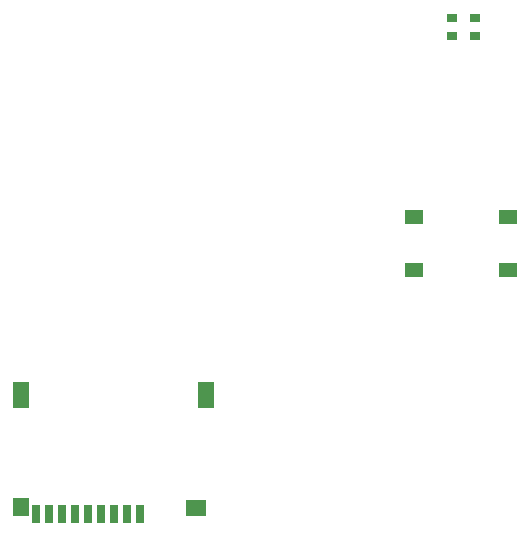
<source format=gbp>
G04 #@! TF.FileFunction,Paste,Bot*
%FSLAX46Y46*%
G04 Gerber Fmt 4.6, Leading zero omitted, Abs format (unit mm)*
G04 Created by KiCad (PCBNEW 4.0.7) date 2018 June 07, Thursday 02:32:14*
%MOMM*%
%LPD*%
G01*
G04 APERTURE LIST*
%ADD10C,0.050000*%
%ADD11R,0.889000X0.762000*%
%ADD12R,1.550000X1.300000*%
%ADD13R,0.698500X1.597660*%
%ADD14R,1.399540X1.597660*%
%ADD15R,1.399540X2.199640*%
%ADD16R,1.798320X1.399540*%
G04 APERTURE END LIST*
D10*
D11*
X112990000Y-140083000D03*
X112990000Y-141607000D03*
X110990000Y-140083000D03*
X110990000Y-141607000D03*
D12*
X107760000Y-161495000D03*
X115710000Y-161495000D03*
X107760000Y-156995000D03*
X115710000Y-156995000D03*
D13*
X84596500Y-182099040D03*
X83496680Y-182099040D03*
X82396860Y-182099040D03*
X81299580Y-182099040D03*
X80199760Y-182099040D03*
X79099940Y-182099040D03*
X78000120Y-182099040D03*
X76900300Y-182099040D03*
X75800480Y-182099040D03*
D14*
X74500000Y-181499600D03*
D15*
X74500000Y-172000000D03*
X90197200Y-172000000D03*
D16*
X89298040Y-181601200D03*
M02*

</source>
